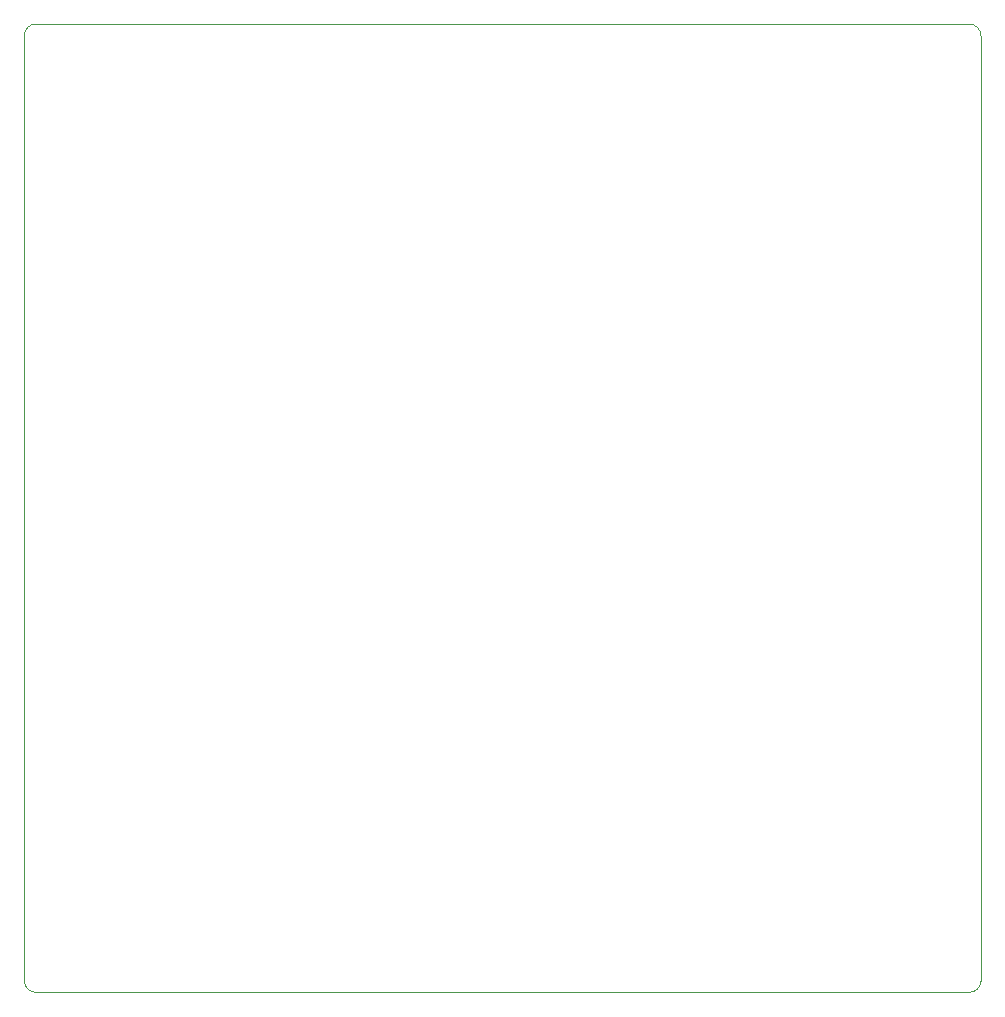
<source format=gbr>
%TF.GenerationSoftware,KiCad,Pcbnew,9.0.7*%
%TF.CreationDate,2026-02-20T11:37:08-08:00*%
%TF.ProjectId,rgb-plate,7267622d-706c-4617-9465-2e6b69636164,rev?*%
%TF.SameCoordinates,Original*%
%TF.FileFunction,Profile,NP*%
%FSLAX46Y46*%
G04 Gerber Fmt 4.6, Leading zero omitted, Abs format (unit mm)*
G04 Created by KiCad (PCBNEW 9.0.7) date 2026-02-20 11:37:08*
%MOMM*%
%LPD*%
G01*
G04 APERTURE LIST*
%TA.AperFunction,Profile*%
%ADD10C,0.050000*%
%TD*%
G04 APERTURE END LIST*
D10*
X180500000Y-60000000D02*
G75*
G02*
X181500000Y-61000000I0J-1000000D01*
G01*
X180500000Y-142000000D02*
X101500000Y-142000000D01*
X100500000Y-141000000D02*
X100500000Y-61000000D01*
X181500000Y-141000000D02*
G75*
G02*
X180500000Y-142000000I-1000000J0D01*
G01*
X100500000Y-61000000D02*
G75*
G02*
X101500000Y-60000000I1000000J0D01*
G01*
X181500000Y-61000000D02*
X181500000Y-141000000D01*
X101500000Y-60000000D02*
X180500000Y-60000000D01*
X101500000Y-142000000D02*
G75*
G02*
X100500000Y-141000000I0J1000000D01*
G01*
M02*

</source>
